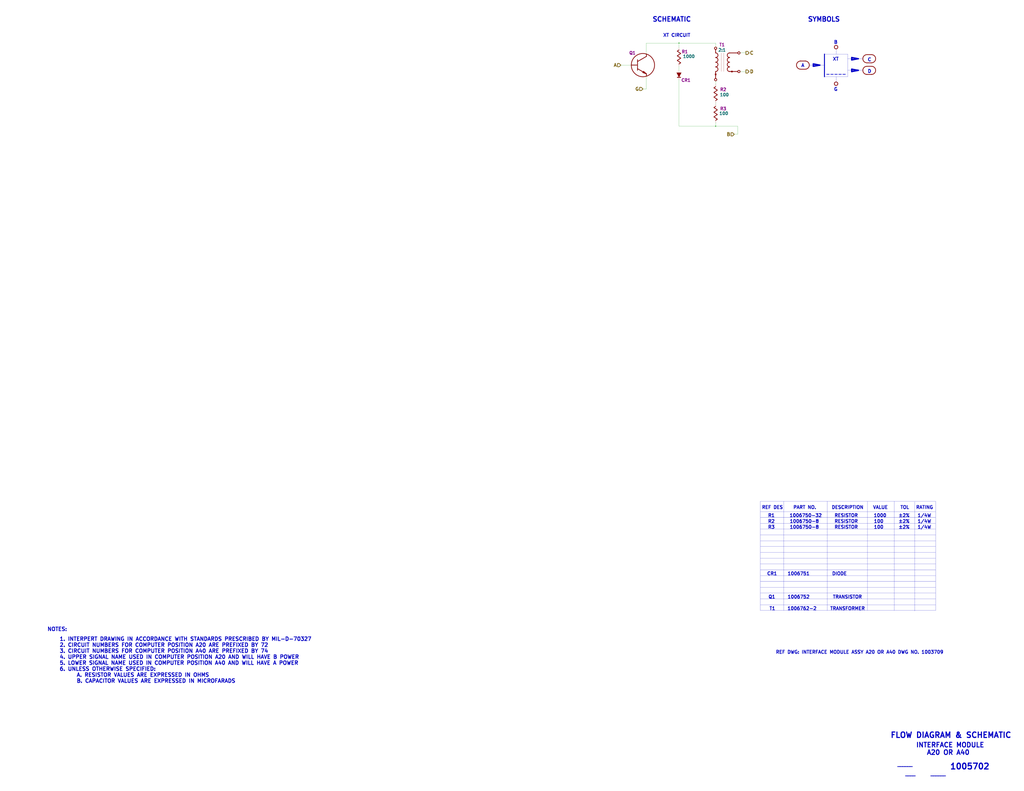
<source format=kicad_sch>
(kicad_sch (version 20211123) (generator eeschema)
  (paper "E")
  (lib_symbols
    (symbol "AGC_DSKY:Diode" (pin_numbers hide) (pin_names (offset 1.016) hide)
      (property "Reference" "CR" (at 0 5.08 0))
      (symbol "Diode_0_1"
        (polyline (pts (xy -2.54 -1.27) (xy -2.54 -1.905)) (stroke (width 0.762)))
        (polyline (pts (xy -2.54 1.27) (xy -2.54 -1.27)) (stroke (width 0.762)))
        (polyline (pts (xy -2.54 1.27) (xy -2.54 1.905)) (stroke (width 0.762)))
        (polyline (pts (xy -2.54 0) (xy 2.54 -2.54) (xy 2.54 2.54) (xy -2.54 0)) (stroke (width 0.2032)) (fill (type outline)))
      )
      (symbol "Diode_1_1"
        (pin passive line (at -5.08 0 0) (length 2.54) (name "K") (number "1"))
        (pin passive line (at 5.08 0 180) (length 2.54) (name "A") (number "2"))
      )
    )
    (symbol "AGC_DSKY:NodeGBody" (pin_numbers hide) (pin_names (offset 0) hide)
      (symbol "NodeGBody_0_1"
        (circle (center 0 0) (radius 1.905) (stroke (width 0.762)))
      )
    )
    (symbol "AGC_DSKY:OvalBody2" (pin_numbers hide) (pin_names (offset 0) hide)
      (symbol "OvalBody2_1_0"
        (arc (start -2.54 4.445) (mid -6.985 0) (end -2.54 -4.445) (stroke (width 0.762)))
        (polyline (pts (xy -2.54 -4.445) (xy 2.54 -4.445)) (stroke (width 0.762)))
        (polyline (pts (xy -2.54 4.445) (xy 2.54 4.445)) (stroke (width 0.762)))
        (arc (start 2.54 -4.445) (mid 6.985 0) (end 2.54 4.445) (stroke (width 0.762)))
      )
    )
    (symbol "AGC_DSKY:Resistor" (pin_numbers hide) (pin_names (offset 0) hide)
      (property "Reference" "R" (at -0.635 -4.445 0))
      (symbol "Resistor_0_1"
        (polyline (pts (xy -7.62 0) (xy -6.35 -1.905) (xy -3.81 1.905) (xy -1.27 -1.905) (xy 1.27 1.905) (xy 3.81 -1.905) (xy 6.35 1.905) (xy 7.62 0)) (stroke (width 0.762)))
      )
      (symbol "Resistor_1_1"
        (pin passive line (at -10.16 0 0) (length 2.54) (name "1") (number "1"))
        (pin passive line (at 10.16 0 180) (length 2.54) (name "2") (number "2"))
      )
    )
    (symbol "AGC_DSKY:Transformer5" (pin_numbers hide) (pin_names (offset 0) hide)
      (property "Reference" "T" (at 0.635 24.13 0))
      (symbol "Transformer5_0_0"
        (circle (center -7.62 -19.05) (radius 1.27) (stroke (width 0.762)))
        (arc (start -7.62 -10.16) (mid -5.08 -7.62) (end -7.62 -5.08) (stroke (width 0.762)))
        (arc (start -7.62 -5.08) (mid -5.08 -2.54) (end -7.62 0) (stroke (width 0.762)))
        (arc (start -7.62 0) (mid -5.08 2.54) (end -7.62 5.08) (stroke (width 0.762)))
        (arc (start -7.62 5.08) (mid -5.08 7.62) (end -7.62 10.16) (stroke (width 0.762)))
        (circle (center -7.62 15.24) (radius 1.27) (stroke (width 0.762)))
        (polyline (pts (xy -7.62 -10.16) (xy -7.62 -17.78)) (stroke (width 0.762)))
        (polyline (pts (xy 7.62 -10.16) (xy 16.51 -10.16)) (stroke (width 0.762)))
        (polyline (pts (xy 16.51 10.16) (xy 7.62 10.16)) (stroke (width 0.762)))
        (circle (center 17.78 -10.16) (radius 1.27) (stroke (width 0.762)))
        (circle (center 17.78 10.16) (radius 1.27) (stroke (width 0.762)))
      )
      (symbol "Transformer5_0_1"
        (rectangle (start -6.985 -12.7) (end -8.255 -13.97) (stroke (width 0.4064)) (fill (type outline)))
        (polyline (pts (xy -7.62 13.97) (xy -7.62 10.16)) (stroke (width 0.762)))
        (polyline (pts (xy -1.27 10.16) (xy -1.27 -10.16)))
        (polyline (pts (xy 1.27 10.16) (xy 1.27 -10.16)))
      )
      (symbol "Transformer5_0_2"
        (polyline (pts (xy -4.445 15.875) (xy -4.445 14.605) (xy -5.715 14.605) (xy -5.715 15.875) (xy -4.445 15.875)) (stroke (width 0.762)))
        (polyline (pts (xy 4.445 10.795) (xy 4.445 9.525) (xy 5.715 9.525) (xy 5.715 10.795) (xy 4.445 10.795)) (stroke (width 0.762)))
      )
      (symbol "Transformer5_1_0"
        (arc (start 7.62 -5.08) (mid 5.08 -7.62) (end 7.62 -10.16) (stroke (width 0.762)))
        (arc (start 7.62 0) (mid 5.08 -2.54) (end 7.62 -5.08) (stroke (width 0.762)))
        (arc (start 7.62 5.08) (mid 5.08 2.54) (end 7.62 0) (stroke (width 0.762)))
        (arc (start 7.62 10.16) (mid 5.08 7.62) (end 7.62 5.08) (stroke (width 0.762)))
        (pin passive line (at -7.62 16.51 270) (length 0) (name "3") (number "3"))
      )
      (symbol "Transformer5_1_1"
        (rectangle (start 9.525 -10.795) (end 10.795 -9.525) (stroke (width 0.4064)) (fill (type outline)))
        (pin passive line (at 19.05 10.16 180) (length 0) (name "1") (number "1"))
        (pin passive line (at 19.05 -10.16 180) (length 0) (name "2") (number "2"))
        (pin passive line (at -7.62 -20.32 90) (length 0) (name "4") (number "4"))
      )
      (symbol "Transformer5_1_2"
        (pin passive line (at 15.875 10.16 180) (length 0) (name "1") (number "1"))
        (pin passive line (at 15.875 -10.16 180) (length 0) (name "2") (number "2"))
        (pin passive line (at -15.875 15.24 0) (length 0) (name "3") (number "3"))
        (pin passive line (at -15.875 -15.24 0) (length 0) (name "4") (number "4"))
      )
    )
    (symbol "AGC_DSKY:Transistor-NPN-1inch" (pin_numbers hide) (pin_names (offset 0) hide)
      (property "Reference" "Q" (at 15.24 0 0))
      (symbol "Transistor-NPN-1inch_0_1"
        (polyline (pts (xy -5.842 -3.937) (xy 3.81 -9.525)) (stroke (width 0.762)))
        (polyline (pts (xy -5.842 3.937) (xy 3.81 9.525)) (stroke (width 0.762)))
        (polyline (pts (xy -5.842 5.969) (xy -5.842 -5.715)) (stroke (width 0.762)))
        (polyline (pts (xy 3.81 -9.525) (xy 3.81 -12.065)) (stroke (width 0.762)))
        (polyline (pts (xy 3.81 9.525) (xy 3.81 12.065)) (stroke (width 0.762)))
        (polyline (pts (xy -6.35 0) (xy -12.7 0) (xy -12.573 0)) (stroke (width 0.762)))
        (circle (center 0 0) (radius 12.7) (stroke (width 0.762)))
      )
      (symbol "Transistor-NPN-1inch_1_1"
        (polyline (pts (xy -0.127 -8.001) (xy 0.635 -6.731) (xy 3.81 -9.525) (xy -0.254 -8.128)) (stroke (width 0.762)) (fill (type outline)))
        (pin passive line (at 3.81 12.065 270) (length 0) (name "C") (number "1"))
        (pin passive line (at -12.7 0 0) (length 0) (name "B") (number "2"))
        (pin passive line (at 3.81 -12.065 90) (length 0) (name "E") (number "3"))
      )
    )
  )
  (junction (at 741.045 46.99))
  (junction (at 781.05 137.795))
  (polyline (pts (xy 829.945 666.75) (xy 1021.08 666.75)) (stroke (width 0) (type solid)))
  (polyline (pts (xy 829.945 596.9) (xy 1021.08 596.9)) (stroke (width 0) (type solid)))
  (polyline (pts (xy 929.64 65.405) (xy 929.64 62.865)) (stroke (width 1.524) (type solid)))
  (polyline (pts (xy 829.945 647.7) (xy 1021.08 647.7)) (stroke (width 0) (type solid)))
  (polyline (pts (xy 930.275 65.405) (xy 930.275 62.865)) (stroke (width 0) (type solid)))
  (polyline (pts (xy 937.26 76.835) (xy 930.275 78.105)) (stroke (width 0) (type solid)))
  (polyline (pts (xy 855.345 547.37) (xy 855.345 666.75)) (stroke (width 0) (type solid)))
  (polyline (pts (xy 930.275 62.865) (xy 937.26 64.135)) (stroke (width 0) (type solid)))
  (polyline (pts (xy 930.275 78.105) (xy 930.275 75.565)) (stroke (width 0) (type solid)))
  (polyline (pts (xy 887.73 69.85) (xy 894.715 71.12)) (stroke (width 1.524) (type solid)))
  (wire (pts (xy 705.485 59.055) (xy 705.485 46.99)))
  (polyline (pts (xy 829.945 615.95) (xy 1021.08 615.95)) (stroke (width 0) (type solid)))
  (wire (pts (xy 741.045 72.39) (xy 741.045 76.835)))
  (wire (pts (xy 741.045 52.07) (xy 741.045 46.99)))
  (polyline (pts (xy 829.945 622.3) (xy 1021.08 622.3)) (stroke (width 0) (type solid)))
  (polyline (pts (xy 925.195 64.135) (xy 941.705 64.135)) (stroke (width 0) (type solid)))
  (polyline (pts (xy 829.945 577.85) (xy 1021.08 577.85)) (stroke (width 0) (type solid)))
  (wire (pts (xy 781.05 88.265) (xy 781.05 92.075)))
  (polyline (pts (xy 895.35 71.12) (xy 888.365 72.39)) (stroke (width 0) (type solid)))
  (wire (pts (xy 807.72 78.105) (xy 814.07 78.105)))
  (polyline (pts (xy 925.195 76.835) (xy 941.705 76.835)) (stroke (width 0) (type solid)))
  (polyline (pts (xy 829.945 609.6) (xy 1021.08 609.6)) (stroke (width 0) (type solid)))
  (wire (pts (xy 781.05 112.395) (xy 781.05 113.665)))
  (polyline (pts (xy 998.22 548.005) (xy 998.22 667.385)) (stroke (width 0) (type solid)))
  (polyline (pts (xy 888.365 72.39) (xy 888.365 69.85)) (stroke (width 0) (type solid)))
  (wire (pts (xy 805.18 146.685) (xy 801.37 146.685)))
  (wire (pts (xy 688.975 71.12) (xy 677.545 71.12)))
  (polyline (pts (xy 929.64 75.565) (xy 936.625 76.835)) (stroke (width 1.524) (type solid)))
  (wire (pts (xy 705.485 83.185) (xy 705.485 97.155)))
  (polyline (pts (xy 829.945 590.55) (xy 1021.08 590.55)) (stroke (width 0) (type solid)))
  (polyline (pts (xy 1021.08 547.37) (xy 1021.08 666.75)) (stroke (width 0) (type solid)))
  (polyline (pts (xy 899.795 83.82) (xy 925.195 83.82)) (stroke (width 0) (type solid)))
  (polyline (pts (xy 894.715 71.12) (xy 887.73 72.39)) (stroke (width 1.524) (type solid)))
  (wire (pts (xy 705.485 46.99) (xy 741.045 46.99)))
  (polyline (pts (xy 829.945 628.65) (xy 1021.08 628.65)) (stroke (width 0) (type solid)))
  (polyline (pts (xy 929.64 62.865) (xy 936.625 64.135)) (stroke (width 1.524) (type solid)))
  (polyline (pts (xy 829.945 565.15) (xy 1021.08 565.15)) (stroke (width 0) (type solid)))
  (wire (pts (xy 805.18 137.795) (xy 805.18 146.685)))
  (polyline (pts (xy 829.945 641.35) (xy 1021.08 641.35)) (stroke (width 0) (type solid)))
  (polyline (pts (xy 829.945 558.8) (xy 1021.08 558.8)) (stroke (width 0) (type solid)))
  (wire (pts (xy 705.485 97.155) (xy 701.675 97.155)))
  (polyline (pts (xy 936.625 76.835) (xy 929.64 78.105)) (stroke (width 1.524) (type solid)))
  (polyline (pts (xy 829.945 660.4) (xy 1021.08 660.4)) (stroke (width 0) (type solid)))
  (polyline (pts (xy 937.26 64.135) (xy 930.275 65.405)) (stroke (width 0) (type solid)))
  (polyline (pts (xy 887.73 72.39) (xy 887.73 69.85)) (stroke (width 1.524) (type solid)))
  (polyline (pts (xy 829.945 654.05) (xy 1021.08 654.05)) (stroke (width 0) (type solid)))
  (polyline (pts (xy 829.945 603.25) (xy 1021.08 603.25)) (stroke (width 0) (type solid)))
  (polyline (pts (xy 902.97 547.37) (xy 902.97 666.75)) (stroke (width 0) (type solid)))
  (wire (pts (xy 781.05 133.985) (xy 781.05 137.795)))
  (wire (pts (xy 807.72 57.785) (xy 814.07 57.785)))
  (polyline (pts (xy 829.945 584.2) (xy 1021.08 584.2)) (stroke (width 0) (type solid)))
  (polyline (pts (xy 925.195 59.055) (xy 899.795 59.055)) (stroke (width 0) (type solid)))
  (polyline (pts (xy 883.285 71.12) (xy 899.795 71.12)) (stroke (width 0) (type solid)))
  (polyline (pts (xy 912.495 53.34) (xy 912.495 59.055)) (stroke (width 0) (type solid)))
  (polyline (pts (xy 930.275 75.565) (xy 937.26 76.835)) (stroke (width 0) (type solid)))
  (polyline (pts (xy 829.945 547.37) (xy 1021.08 547.37)) (stroke (width 0) (type solid)))
  (polyline (pts (xy 888.365 69.85) (xy 895.35 71.12)) (stroke (width 0) (type solid)))
  (polyline (pts (xy 829.945 571.5) (xy 1021.08 571.5)) (stroke (width 0) (type solid)))
  (polyline (pts (xy 975.995 547.37) (xy 975.995 666.75)) (stroke (width 0) (type solid)))
  (polyline (pts (xy 936.625 64.135) (xy 929.64 65.405)) (stroke (width 1.524) (type solid)))
  (polyline (pts (xy 929.64 78.105) (xy 929.64 75.565)) (stroke (width 1.524) (type solid)))
  (polyline (pts (xy 829.945 547.37) (xy 829.945 666.75)) (stroke (width 0) (type solid)))
  (wire (pts (xy 781.05 137.795) (xy 805.18 137.795)))
  (wire (pts (xy 741.045 86.995) (xy 741.045 137.795)))
  (polyline (pts (xy 925.195 83.82) (xy 925.195 59.055)) (stroke (width 0) (type solid)))
  (wire (pts (xy 741.045 46.99) (xy 781.05 46.99)))
  (polyline (pts (xy 829.945 635) (xy 1021.08 635)) (stroke (width 0) (type solid)))
  (polyline (pts (xy 899.795 59.055) (xy 899.795 83.82)) (stroke (width 0.9906) (type solid)))
  (polyline (pts (xy 912.495 83.82) (xy 912.495 89.535)) (stroke (width 0) (type solid)))
  (polyline (pts (xy 946.785 547.37) (xy 946.785 666.75)) (stroke (width 0) (type solid)))
  (wire (pts (xy 741.045 137.795) (xy 781.05 137.795)))
  (wire (pts (xy 781.05 46.99) (xy 781.05 51.435)))
  (text "B" (at 914.4 48.26 180) (effects (font (size 3.556 3.556) (thickness 0.7112) bold) (justify right bottom)))
  (text "1006752" (at 883.92 654.05 180) (effects (font (size 3.556 3.556) (thickness 0.7112) bold) (justify right bottom)))
  (text "G" (at 914.4 99.695 180) (effects (font (size 3.556 3.556) (thickness 0.7112) bold) (justify right bottom)))
  (text "R1" (at 845.82 565.15 180) (effects (font (size 3.556 3.556) (thickness 0.7112) bold) (justify right bottom)))
  (text "D" (at 951.23 80.01 180) (effects (font (size 3.556 3.556) (thickness 0.7112) bold) (justify right bottom)))
  (text "1006750-32" (at 897.255 565.15 180) (effects (font (size 3.556 3.556) (thickness 0.7112) bold) (justify right bottom)))
  (text "INTERFACE MODULE\n   A20 OR A40" (at 999.49 824.865 0) (effects (font (size 5.08 5.08) (thickness 1.016) bold) (justify left bottom)))
  (text "T1" (at 846.455 666.75 180) (effects (font (size 3.556 3.556) (thickness 0.7112) bold) (justify right bottom)))
  (text "____" (at 999.49 847.725 180) (effects (font (size 3.556 3.556) (thickness 0.7112) bold) (justify right bottom)))
  (text "REF DES" (at 831.215 556.26 0) (effects (font (size 3.556 3.556) (thickness 0.7112) bold) (justify left bottom)))
  (text "SYMBOLS" (at 881.38 24.13 0) (effects (font (size 5.08 5.08) (thickness 1.016) bold) (justify left bottom)))
  (text "Q1" (at 846.455 654.05 180) (effects (font (size 3.556 3.556) (thickness 0.7112) bold) (justify right bottom)))
  (text "CR1" (at 848.36 628.65 180) (effects (font (size 3.556 3.556) (thickness 0.7112) bold) (justify right bottom)))
  (text "1005702" (at 1036.447 840.867 0) (effects (font (size 6.35 6.35) (thickness 1.27) bold) (justify left bottom)))
  (text "DESCRIPTION" (at 907.415 556.26 0) (effects (font (size 3.556 3.556) (thickness 0.7112) bold) (justify left bottom)))
  (text "1006762-2" (at 891.54 666.75 180) (effects (font (size 3.556 3.556) (thickness 0.7112) bold) (justify right bottom)))
  (text "RESISTOR" (at 936.625 565.15 180) (effects (font (size 3.556 3.556) (thickness 0.7112) bold) (justify right bottom)))
  (text "RESISTOR" (at 936.625 577.85 180) (effects (font (size 3.556 3.556) (thickness 0.7112) bold) (justify right bottom)))
  (text "R2" (at 845.82 571.5 180) (effects (font (size 3.556 3.556) (thickness 0.7112) bold) (justify right bottom)))
  (text "±2%" (at 993.14 571.5 180) (effects (font (size 3.556 3.556) (thickness 0.7112) bold) (justify right bottom)))
  (text "1006750-8" (at 894.08 577.85 180) (effects (font (size 3.556 3.556) (thickness 0.7112) bold) (justify right bottom)))
  (text "______" (at 996.315 837.565 180) (effects (font (size 3.556 3.556) (thickness 0.7112) bold) (justify right bottom)))
  (text "XT" (at 915.67 66.675 180) (effects (font (size 3.556 3.556) (thickness 0.7112) bold) (justify right bottom)))
  (text "1/4W" (at 1016.635 571.5 180) (effects (font (size 3.556 3.556) (thickness 0.7112) bold) (justify right bottom)))
  (text "100" (at 964.565 571.5 180) (effects (font (size 3.556 3.556) (thickness 0.7112) bold) (justify right bottom)))
  (text "NOTES:" (at 51.435 689.61 0) (effects (font (size 4.064 4.064) (thickness 0.8128) bold) (justify left bottom)))
  (text "±2%" (at 993.14 565.15 180) (effects (font (size 3.556 3.556) (thickness 0.7112) bold) (justify right bottom)))
  (text "TOL" (at 982.345 556.26 0) (effects (font (size 3.556 3.556) (thickness 0.7112) bold) (justify left bottom)))
  (text "SCHEMATIC" (at 711.835 24.13 0) (effects (font (size 5.08 5.08) (thickness 1.016) bold) (justify left bottom)))
  (text "PART NO." (at 865.505 556.26 0) (effects (font (size 3.556 3.556) (thickness 0.7112) bold) (justify left bottom)))
  (text "R3" (at 845.82 577.85 180) (effects (font (size 3.556 3.556) (thickness 0.7112) bold) (justify right bottom)))
  (text "1. INTERPERT DRAWING IN ACCORDANCE WITH STANDARDS PRESCRIBED BY MIL-D-70327\n2. CIRCUIT NUMBERS FOR COMPUTER POSITION A20 ARE PREFIXED BY 72\n3. CIRCUIT NUMBERS FOR COMPUTER POSITION A40 ARE PREFIXED BY 74\n4. UPPER SIGNAL NAME USED IN COMPUTER POSITION A20 AND WILL HAVE B POWER\n5. LOWER SIGNAL NAME USED IN COMPUTER POSITION A40 AND WILL HAVE A POWER\n6. UNLESS OTHERWISE SPECIFIED:\n      A. RESISTOR VALUES ARE EXPRESSED IN OHMS\n      B. CAPACITOR VALUES ARE EXPRESSED IN MICROFARADS" (at 64.77 746.125 0) (effects (font (size 4.064 4.064) (thickness 0.8128) bold) (justify left bottom)))
  (text "TRANSFORMER" (at 944.245 666.75 180) (effects (font (size 3.556 3.556) (thickness 0.7112) bold) (justify right bottom)))
  (text "______" (at 1032.51 847.725 180) (effects (font (size 3.556 3.556) (thickness 0.7112) bold) (justify right bottom)))
  (text "1/4W" (at 1016.635 565.15 180) (effects (font (size 3.556 3.556) (thickness 0.7112) bold) (justify right bottom)))
  (text "DIODE" (at 924.56 628.65 180) (effects (font (size 3.556 3.556) (thickness 0.7112) bold) (justify right bottom)))
  (text "FLOW DIAGRAM & SCHEMATIC" (at 971.55 806.45 0) (effects (font (size 5.9944 5.9944) (thickness 1.1989) bold) (justify left bottom)))
  (text "±2%" (at 993.14 577.85 180) (effects (font (size 3.556 3.556) (thickness 0.7112) bold) (justify right bottom)))
  (text "VALUE" (at 952.5 556.26 0) (effects (font (size 3.556 3.556) (thickness 0.7112) bold) (justify left bottom)))
  (text "-----" (at 923.925 83.185 180) (effects (font (size 3.556 3.556) (thickness 0.7112) bold) (justify right bottom)))
  (text "TRANSISTOR" (at 941.07 654.05 180) (effects (font (size 3.556 3.556) (thickness 0.7112) bold) (justify right bottom)))
  (text "C" (at 951.23 67.31 180) (effects (font (size 3.556 3.556) (thickness 0.7112) bold) (justify right bottom)))
  (text "100" (at 964.565 577.85 180) (effects (font (size 3.556 3.556) (thickness 0.7112) bold) (justify right bottom)))
  (text "1000" (at 967.74 565.15 180) (effects (font (size 3.556 3.556) (thickness 0.7112) bold) (justify right bottom)))
  (text "RESISTOR" (at 936.625 571.5 180) (effects (font (size 3.556 3.556) (thickness 0.7112) bold) (justify right bottom)))
  (text "1006750-8\n" (at 894.08 571.5 180) (effects (font (size 3.556 3.556) (thickness 0.7112) bold) (justify right bottom)))
  (text "1/4W" (at 1016.635 577.85 180) (effects (font (size 3.556 3.556) (thickness 0.7112) bold) (justify right bottom)))
  (text "RATING" (at 999.49 556.26 0) (effects (font (size 3.556 3.556) (thickness 0.7112) bold) (justify left bottom)))
  (text "1006751" (at 883.92 628.65 180) (effects (font (size 3.556 3.556) (thickness 0.7112) bold) (justify right bottom)))
  (text "A" (at 878.205 73.66 180) (effects (font (size 3.556 3.556) (thickness 0.7112) bold) (justify right bottom)))
  (text "REF DWG: INTERFACE MODULE ASSY A20 OR A40 DWG NO. 1003709" (at 846.455 714.375 0) (effects (font (size 3.556 3.556) (thickness 0.7112) bold) (justify left bottom)))
  (text "XT CIRCUIT" (at 753.745 40.64 180) (effects (font (size 3.556 3.556) (thickness 0.7112) bold) (justify right bottom)))
  (hierarchical_label "B" (shape input) (at 801.37 146.685 180) (effects (font (size 3.556 3.556) (thickness 0.7112) bold)))
  (hierarchical_label "A" (shape input) (at 677.545 71.12 180) (effects (font (size 3.556 3.556) (thickness 0.7112) bold)))
  (hierarchical_label "D" (shape output) (at 814.07 78.105 0) (effects (font (size 3.556 3.556) (thickness 0.7112) bold)))
  (hierarchical_label "C" (shape output) (at 814.07 57.785 0) (effects (font (size 3.556 3.556) (thickness 0.7112) bold)))
  (hierarchical_label "G" (shape input) (at 701.675 97.155 180) (effects (font (size 3.556 3.556) (thickness 0.7112) bold)))
  (symbol (lib_id "AGC_DSKY:Transformer5") (at 788.67 67.945 0)
    (property "Reference" "1T1" (effects hide))
    (property "Value" "2:1" (at 788.035 54.61 0) (effects (font (size 3.302 3.302) bold)))
    (property "baseRefd" "T1" (at 788.035 48.895 0) (effects (font (size 3.302 3.302) bold)))
  )
  (symbol (lib_id "AGC_DSKY:Resistor") (at 741.045 62.23 270)
    (property "Reference" "1R1" (effects hide))
    (property "Value" "1000" (at 751.84 61.595 90) (effects (font (size 3.302 3.302) bold)))
    (property "baseRefd" "R1" (at 747.395 56.515 90) (effects (font (size 3.302 3.302) bold)))
  )
  (symbol (lib_id "AGC_DSKY:Diode") (at 741.045 81.915 90)
    (property "Reference" "1CR1" (effects hide))
    (property "Value" "Diode" (effects hide))
    (property "baseRefd" "CR1" (at 748.665 87.63 90) (effects (font (size 3.302 3.302) bold)))
  )
  (symbol (lib_id "AGC_DSKY:Transistor-NPN-1inch") (at 701.675 71.12 0)
    (property "Reference" "1Q1" (effects hide))
    (property "Value" "Transistor-NPN-1inch" (effects hide))
    (property "baseRefd" "Q1" (at 690.245 57.785 0) (effects (font (size 3.302 3.302) bold)))
  )
  (symbol (lib_id "AGC_DSKY:Resistor") (at 781.05 102.235 270)
    (property "Reference" "1R2" (effects hide))
    (property "Value" "100" (at 790.575 103.505 90) (effects (font (size 3.302 3.302) bold)))
    (property "baseRefd" "R2" (at 789.305 97.79 90) (effects (font (size 3.302 3.302) bold)))
  )
  (symbol (lib_id "AGC_DSKY:Resistor") (at 781.05 123.825 270)
    (property "Reference" "1R3" (effects hide))
    (property "Value" "100" (at 789.94 123.825 90) (effects (font (size 3.302 3.302) bold)))
    (property "baseRefd" "R3" (at 789.305 118.745 90) (effects (font (size 3.302 3.302) bold)))
  )
  (symbol (lib_id "AGC_DSKY:NodeGBody") (at 912.495 51.435 0)
    (property "Reference" "N1401" (effects hide))
    (property "Value" "NodeGBody" (effects hide))
  )
  (symbol (lib_id "AGC_DSKY:NodeGBody") (at 912.495 91.44 0)
    (property "Reference" "N1402" (effects hide))
    (property "Value" "NodeGBody" (effects hide))
  )
  (symbol (lib_id "AGC_DSKY:OvalBody2") (at 876.3 71.12 0)
    (property "Reference" "X1401" (effects hide))
    (property "Value" "OvalBody2" (effects hide))
  )
  (symbol (lib_id "AGC_DSKY:OvalBody2") (at 948.69 64.135 0)
    (property "Reference" "X1402" (effects hide))
    (property "Value" "OvalBody2" (effects hide))
  )
  (symbol (lib_id "AGC_DSKY:OvalBody2") (at 948.69 76.835 0)
    (property "Reference" "X1403" (effects hide))
    (property "Value" "OvalBody2" (effects hide))
  )
)
</source>
